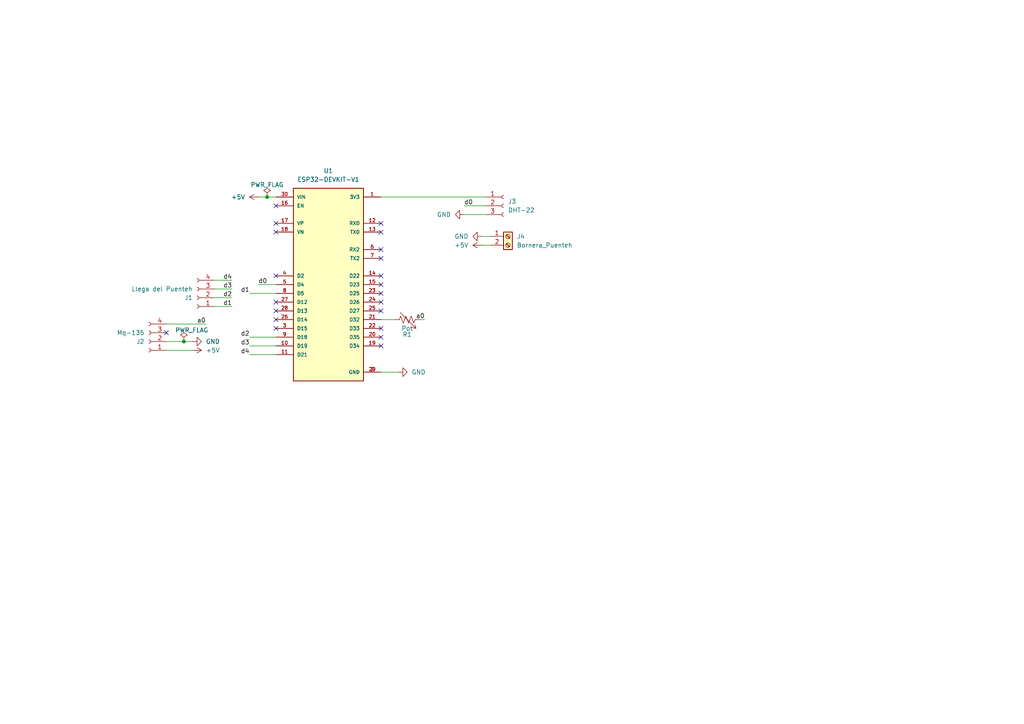
<source format=kicad_sch>
(kicad_sch (version 20250114) (generator "eeschema") (generator_version "9.0")
  (paper "A4")
  (lib_symbols
    (symbol "Connector:Conn_01x03_Socket" (pin_names (offset 1.016) (hide yes))
      (property "Reference" "J" (at 0 5.08 0))
      (property "Value" "Conn_01x03_Socket" (at 0 -5.08 0))
      (symbol "Conn_01x03_Socket_1_1"
        (polyline (pts (xy -1.27 2.54) (xy -0.508 2.54)) (stroke (width 0.1524)))
        (polyline (pts (xy -1.27 0) (xy -0.508 0)) (stroke (width 0.1524)))
        (polyline (pts (xy -1.27 -2.54) (xy -0.508 -2.54)) (stroke (width 0.1524)))
        (arc (start 0 2.032) (mid -0.5058 2.54) (end 0 3.048) (stroke (width 0.1524)))
        (arc (start 0 -0.508) (mid -0.5058 0) (end 0 0.508) (stroke (width 0.1524)))
        (arc (start 0 -3.048) (mid -0.5058 -2.54) (end 0 -2.032) (stroke (width 0.1524)))
        (pin passive line (at -5.08 2.54 0) (length 3.81) (name "Pin_1") (number "1"))
        (pin passive line (at -5.08 0 0) (length 3.81) (name "Pin_2") (number "2"))
        (pin passive line (at -5.08 -2.54 0) (length 3.81) (name "Pin_3") (number "3"))
      )
    )
    (symbol "Connector:Conn_01x04_Socket" (pin_names (offset 1.016) (hide yes))
      (property "Reference" "J" (at 0 5.08 0))
      (property "Value" "Conn_01x04_Socket" (at 0 -7.62 0))
      (symbol "Conn_01x04_Socket_1_1"
        (polyline (pts (xy -1.27 2.54) (xy -0.508 2.54)) (stroke (width 0.1524)))
        (polyline (pts (xy -1.27 0) (xy -0.508 0)) (stroke (width 0.1524)))
        (polyline (pts (xy -1.27 -2.54) (xy -0.508 -2.54)) (stroke (width 0.1524)))
        (polyline (pts (xy -1.27 -5.08) (xy -0.508 -5.08)) (stroke (width 0.1524)))
        (arc (start 0 2.032) (mid -0.5058 2.54) (end 0 3.048) (stroke (width 0.1524)))
        (arc (start 0 -0.508) (mid -0.5058 0) (end 0 0.508) (stroke (width 0.1524)))
        (arc (start 0 -3.048) (mid -0.5058 -2.54) (end 0 -2.032) (stroke (width 0.1524)))
        (arc (start 0 -5.588) (mid -0.5058 -5.08) (end 0 -4.572) (stroke (width 0.1524)))
        (pin passive line (at -5.08 2.54 0) (length 3.81) (name "Pin_1") (number "1"))
        (pin passive line (at -5.08 0 0) (length 3.81) (name "Pin_2") (number "2"))
        (pin passive line (at -5.08 -2.54 0) (length 3.81) (name "Pin_3") (number "3"))
        (pin passive line (at -5.08 -5.08 0) (length 3.81) (name "Pin_4") (number "4"))
      )
    )
    (symbol "Connector:Screw_Terminal_01x02" (pin_names (offset 1.016) (hide yes))
      (property "Reference" "J" (at 0 2.54 0))
      (property "Value" "Screw_Terminal_01x02" (at 0 -5.08 0))
      (symbol "Screw_Terminal_01x02_1_1"
        (rectangle (start -1.27 1.27) (end 1.27 -3.81) (stroke (width 0.254)) (fill (type background)))
        (polyline (pts (xy -0.5334 0.3302) (xy 0.3302 -0.508)) (stroke (width 0.1524)))
        (polyline (pts (xy -0.5334 -2.2098) (xy 0.3302 -3.048)) (stroke (width 0.1524)))
        (polyline (pts (xy -0.3556 0.508) (xy 0.508 -0.3302)) (stroke (width 0.1524)))
        (polyline (pts (xy -0.3556 -2.032) (xy 0.508 -2.8702)) (stroke (width 0.1524)))
        (circle (center 0 0) (radius 0.635) (stroke (width 0.1524)))
        (circle (center 0 -2.54) (radius 0.635) (stroke (width 0.1524)))
        (pin passive line (at -5.08 0 0) (length 3.81) (name "Pin_1") (number "1"))
        (pin passive line (at -5.08 -2.54 0) (length 3.81) (name "Pin_2") (number "2"))
      )
    )
    (symbol "DEVKIRESP32:ESP32-DEVKIT-V1" (pin_names (offset 1.016))
      (property "Reference" "U" (at -10.16 30.48 0))
      (property "Value" "ESP32-DEVKIT-V1" (at -10.16 -30.48 0))
      (symbol "ESP32-DEVKIT-V1_0_0"
        (rectangle (start -10.16 -27.94) (end 10.16 27.94) (stroke (width 0.254)) (fill (type background)))
        (pin input line (at -15.24 25.4 0) (length 5.08) (name "VIN") (number "30"))
        (pin input line (at -15.24 22.86 0) (length 5.08) (name "EN") (number "16"))
        (pin bidirectional line (at -15.24 17.78 0) (length 5.08) (name "VP") (number "17"))
        (pin bidirectional line (at -15.24 15.24 0) (length 5.08) (name "VN") (number "18"))
        (pin bidirectional line (at -15.24 2.54 0) (length 5.08) (name "D2") (number "4"))
        (pin bidirectional line (at -15.24 0 0) (length 5.08) (name "D4") (number "5"))
        (pin bidirectional line (at -15.24 -2.54 0) (length 5.08) (name "D5") (number "8"))
        (pin bidirectional line (at -15.24 -5.08 0) (length 5.08) (name "D12") (number "27"))
        (pin bidirectional line (at -15.24 -7.62 0) (length 5.08) (name "D13") (number "28"))
        (pin bidirectional line (at -15.24 -10.16 0) (length 5.08) (name "D14") (number "26"))
        (pin bidirectional line (at -15.24 -12.7 0) (length 5.08) (name "D15") (number "3"))
        (pin bidirectional line (at -15.24 -15.24 0) (length 5.08) (name "D18") (number "9"))
        (pin bidirectional line (at -15.24 -17.78 0) (length 5.08) (name "D19") (number "10"))
        (pin bidirectional line (at -15.24 -20.32 0) (length 5.08) (name "D21") (number "11"))
        (pin output line (at 15.24 25.4 180) (length 5.08) (name "3V3") (number "1"))
        (pin input line (at 15.24 17.78 180) (length 5.08) (name "RX0") (number "12"))
        (pin output line (at 15.24 15.24 180) (length 5.08) (name "TX0") (number "13"))
        (pin input line (at 15.24 10.16 180) (length 5.08) (name "RX2") (number "6"))
        (pin output line (at 15.24 7.62 180) (length 5.08) (name "TX2") (number "7"))
        (pin bidirectional line (at 15.24 2.54 180) (length 5.08) (name "D22") (number "14"))
        (pin bidirectional line (at 15.24 0 180) (length 5.08) (name "D23") (number "15"))
        (pin bidirectional line (at 15.24 -2.54 180) (length 5.08) (name "D25") (number "23"))
        (pin bidirectional line (at 15.24 -5.08 180) (length 5.08) (name "D26") (number "24"))
        (pin bidirectional line (at 15.24 -7.62 180) (length 5.08) (name "D27") (number "25"))
        (pin bidirectional line (at 15.24 -10.16 180) (length 5.08) (name "D32") (number "21"))
        (pin bidirectional line (at 15.24 -12.7 180) (length 5.08) (name "D33") (number "22"))
        (pin bidirectional line (at 15.24 -15.24 180) (length 5.08) (name "D35") (number "20"))
        (pin bidirectional line (at 15.24 -17.78 180) (length 5.08) (name "D34") (number "19"))
        (pin power_in line (at 15.24 -25.4 180) (length 5.08) (name "GND") (number "2"))
        (pin power_in line (at 15.24 -25.4 180) (length 5.08) (name "GND") (number "29"))
      )
    )
    (symbol "Device:R_Variable_US" (pin_numbers (hide yes)) (pin_names (offset 0))
      (property "Reference" "R" (at 2.54 -2.54 90))
      (property "Value" "R_Variable_US" (at -2.54 -1.27 90))
      (symbol "R_Variable_US_0_1"
        (polyline (pts (xy 0 2.286) (xy 0 2.54)))
        (polyline (pts (xy 0 2.286) (xy 1.016 1.905) (xy 0 1.524) (xy -1.016 1.143) (xy 0 0.762)) (stroke (width 0.1524)))
        (polyline (pts (xy 0 0.762) (xy 1.016 0.381) (xy 0 0) (xy -1.016 -0.381) (xy 0 -0.762)))
        (polyline (pts (xy 0 -0.762) (xy 1.016 -1.143) (xy 0 -1.524) (xy -1.016 -1.905) (xy 0 -2.286)))
        (polyline (pts (xy 0 -2.286) (xy 0 -2.54)))
        (polyline (pts (xy 2.286 1.524) (xy 2.54 2.54) (xy 1.524 2.286) (xy 2.54 2.54) (xy -2.032 -2.032)) (stroke (width 0.1524)))
      )
      (symbol "R_Variable_US_1_1"
        (pin passive line (at 0 3.81 270) (length 1.27) (name "~") (number "1"))
        (pin passive line (at 0 -3.81 90) (length 1.27) (name "~") (number "2"))
      )
    )
    (symbol "power:+5V" (power) (pin_numbers (hide yes)) (pin_names (offset 0) (hide yes))
      (property "Value" "+5V" (at 0 3.556 0))
      (symbol "+5V_0_1"
        (polyline (pts (xy -0.762 1.27) (xy 0 2.54)))
        (polyline (pts (xy 0 2.54) (xy 0.762 1.27)))
        (polyline (pts (xy 0 0) (xy 0 2.54)))
      )
      (symbol "+5V_1_1"
        (pin power_in line (at 0 0 90) (length 0) (name "~") (number "1"))
      )
    )
    (symbol "power:GND" (power) (pin_numbers (hide yes)) (pin_names (offset 0) (hide yes))
      (property "Value" "GND" (at 0 -3.81 0))
      (symbol "GND_0_1"
        (polyline (pts (xy 0 0) (xy 0 -1.27) (xy 1.27 -1.27) (xy 0 -2.54) (xy -1.27 -1.27) (xy 0 -1.27)))
      )
      (symbol "GND_1_1"
        (pin power_in line (at 0 0 270) (length 0) (name "~") (number "1"))
      )
    )
    (symbol "power:PWR_FLAG" (power) (pin_numbers (hide yes)) (pin_names (offset 0) (hide yes))
      (property "Value" "PWR_FLAG" (at 0 3.81 0))
      (symbol "PWR_FLAG_0_0"
        (pin power_out line (at 0 0 90) (length 0) (name "~") (number "1"))
      )
      (symbol "PWR_FLAG_0_1"
        (polyline (pts (xy 0 0) (xy 0 1.27) (xy -1.016 1.905) (xy 0 2.54) (xy 1.016 1.905) (xy 0 1.27)))
      )
    )
  )
  (junction (at 53.34 99.06))
  (junction (at 77.47 57.15))
  (no_connect (at 80.01 59.69))
  (no_connect (at 80.01 92.71))
  (no_connect (at 110.49 72.39))
  (no_connect (at 110.49 80.01))
  (no_connect (at 110.49 87.63))
  (no_connect (at 110.49 74.93))
  (no_connect (at 48.26 96.52))
  (no_connect (at 80.01 95.25))
  (no_connect (at 80.01 80.01))
  (no_connect (at 80.01 90.17))
  (no_connect (at 110.49 64.77))
  (no_connect (at 110.49 82.55))
  (no_connect (at 110.49 95.25))
  (no_connect (at 110.49 67.31))
  (no_connect (at 80.01 67.31))
  (no_connect (at 80.01 87.63))
  (no_connect (at 110.49 85.09))
  (no_connect (at 80.01 64.77))
  (no_connect (at 110.49 100.33))
  (no_connect (at 110.49 90.17))
  (no_connect (at 110.49 97.79))
  (wire (pts (xy 110.49 57.15) (xy 140.97 57.15)))
  (wire (pts (xy 139.7 71.12) (xy 142.24 71.12)))
  (wire (pts (xy 115.57 107.95) (xy 110.49 107.95)))
  (wire (pts (xy 48.26 99.06) (xy 53.34 99.06)))
  (wire (pts (xy 74.93 57.15) (xy 77.47 57.15)))
  (wire (pts (xy 110.49 92.71) (xy 114.3 92.71)))
  (wire (pts (xy 134.62 62.23) (xy 140.97 62.23)))
  (wire (pts (xy 80.01 102.87) (xy 72.39 102.87)))
  (wire (pts (xy 77.47 57.15) (xy 80.01 57.15)))
  (wire (pts (xy 139.7 68.58) (xy 142.24 68.58)))
  (wire (pts (xy 67.31 81.28) (xy 62.23 81.28)))
  (wire (pts (xy 67.31 88.9) (xy 62.23 88.9)))
  (wire (pts (xy 67.31 86.36) (xy 62.23 86.36)))
  (wire (pts (xy 80.01 85.09) (xy 72.39 85.09)))
  (wire (pts (xy 55.88 101.6) (xy 48.26 101.6)))
  (wire (pts (xy 123.19 92.71) (xy 121.92 92.71)))
  (wire (pts (xy 80.01 100.33) (xy 72.39 100.33)))
  (wire (pts (xy 80.01 97.79) (xy 72.39 97.79)))
  (wire (pts (xy 59.69 93.98) (xy 48.26 93.98)))
  (wire (pts (xy 74.93 82.55) (xy 80.01 82.55)))
  (wire (pts (xy 53.34 99.06) (xy 55.88 99.06)))
  (wire (pts (xy 134.62 59.69) (xy 140.97 59.69)))
  (wire (pts (xy 67.31 83.82) (xy 62.23 83.82)))
  (label "d3" (at 72.39 100.33 180))
  (label "d1" (at 72.39 85.09 180))
  (label "d4" (at 67.31 81.28 180))
  (label "d0" (at 74.93 82.55 0))
  (label "d0" (at 134.62 59.69 0))
  (label "d2" (at 67.31 86.36 180))
  (label "a0" (at 123.19 92.71 180))
  (label "d3" (at 67.31 83.82 180))
  (label "a0" (at 59.69 93.98 180))
  (label "d4" (at 72.39 102.87 180))
  (label "d1" (at 67.31 88.9 180))
  (label "d2" (at 72.39 97.79 180))
  (symbol (lib_id "power:GND") (at 139.7 68.58 270) (unit 1)
    (property "Reference" "#PWR06" (effects (hide yes)))
    (property "Value" "GND" (at 135.89 68.5799 90) (effects (justify right)))
    (property "Description" "Power symbol creates a global label with name \"GND\" , ground" (effects (hide yes)))
  )
  (symbol (lib_id "power:GND") (at 134.62 62.23 270) (unit 1)
    (property "Reference" "#PWR05" (effects (hide yes)))
    (property "Value" "GND" (at 130.81 62.2299 90) (effects (justify right)))
    (property "Description" "Power symbol creates a global label with name \"GND\" , ground" (effects (hide yes)))
  )
  (symbol (lib_id "power:GND") (at 55.88 99.06 90) (unit 1)
    (property "Reference" "#PWR02" (effects (hide yes)))
    (property "Value" "GND" (at 59.69 99.0601 90) (effects (justify right)))
    (property "Description" "Power symbol creates a global label with name \"GND\" , ground" (effects (hide yes)))
  )
  (symbol (lib_id "Device:R_Variable_US") (at 118.11 92.71 270) (unit 1)
    (property "Reference" "R1" (at 118.11 97.028 90))
    (property "Value" "Pot" (at 118.11 95.25 90))
    (property "Footprint" "Potentiometer_THT:Potentiometer_Bourns_3296W_Vertical" (effects (hide yes)))
    (property "Description" "Variable resistor, US symbol" (effects (hide yes)))
  )
  (symbol (lib_id "power:+5V") (at 55.88 101.6 270) (unit 1)
    (property "Reference" "#PWR03" (effects (hide yes)))
    (property "Value" "+5V" (at 59.69 101.6001 90) (effects (justify left)))
    (property "Description" "Power symbol creates a global label with name \"+5V\"" (effects (hide yes)))
  )
  (symbol (lib_id "Connector:Conn_01x03_Socket") (at 146.05 59.69 0) (unit 1)
    (property "Reference" "J3" (at 147.32 58.4199 0) (effects (justify left)))
    (property "Value" "DHT-22" (at 147.32 60.9599 0) (effects (justify left)))
    (property "Footprint" "Connector_PinSocket_2.54mm:PinSocket_1x03_P2.54mm_Vertical" (effects (hide yes)))
    (property "Description" "Generic connector, single row, 01x03, script generated" (effects (hide yes)))
  )
  (symbol (lib_id "Connector:Conn_01x04_Socket") (at 57.15 86.36 180) (unit 1)
    (property "Reference" "J1" (at 55.88 86.3601 0) (effects (justify left)))
    (property "Value" "Llega del Puenteh" (at 55.88 83.8201 0) (effects (justify left)))
    (property "Footprint" "Connector_PinSocket_2.54mm:PinSocket_1x04_P2.54mm_Vertical" (effects (hide yes)))
    (property "Description" "Generic connector, single row, 01x04, script generated" (effects (hide yes)))
  )
  (symbol (lib_id "Connector:Screw_Terminal_01x02") (at 147.32 68.58 0) (unit 1)
    (property "Reference" "J4" (at 149.86 68.5799 0) (effects (justify left)))
    (property "Value" "Bornera_Puenteh" (at 149.86 71.1199 0) (effects (justify left)))
    (property "Footprint" "TerminalBlock:TerminalBlock_bornier-2_P5.08mm" (effects (hide yes)))
    (property "Description" "Generic screw terminal, single row, 01x02, script generated (kicad-library-utils/schlib/autogen/connector/)" (effects (hide yes)))
  )
  (symbol (lib_id "Connector:Conn_01x04_Socket") (at 43.18 99.06 180) (unit 1)
    (property "Reference" "J2" (at 41.91 99.0601 0) (effects (justify left)))
    (property "Value" "Mq-135" (at 41.91 96.5201 0) (effects (justify left)))
    (property "Footprint" "Connector_PinSocket_2.54mm:PinSocket_1x04_P2.54mm_Vertical" (effects (hide yes)))
    (property "Description" "Generic connector, single row, 01x04, script generated" (effects (hide yes)))
  )
  (symbol (lib_id "power:PWR_FLAG") (at 53.34 99.06 0) (unit 1)
    (property "Reference" "#FLG01" (effects (hide yes)))
    (property "Value" "PWR_FLAG" (at 55.626 95.758 0))
    (property "Description" "Special symbol for telling ERC where power comes from" (effects (hide yes)))
  )
  (symbol (lib_id "DEVKIRESP32:ESP32-DEVKIT-V1") (at 95.25 82.55 0) (unit 1)
    (property "Reference" "U1" (at 95.25 49.53 0))
    (property "Value" "ESP32-DEVKIT-V1" (at 95.25 52.07 0))
    (property "Footprint" "DEVKITESP32:MODULE_ESP32_DEVKIT_V1" (effects (hide yes)))
    (property "MF" "Do it" (effects (hide yes)))
    (property "MAXIMUM_PACKAGE_HEIGHT" "6.8 mm" (effects (hide yes)))
    (property "Package" "None" (effects (hide yes)))
    (property "Price" "None" (effects (hide yes)))
    (property "Check_prices" "https://www.snapeda.com/parts/ESP32-DEVKIT-V1/Do+it/view-part/?ref=eda" (effects (hide yes)))
    (property "STANDARD" "Manufacturer Recommendations" (effects (hide yes)))
    (property "PARTREV" "N/A" (effects (hide yes)))
    (property "SnapEDA_Link" "https://www.snapeda.com/parts/ESP32-DEVKIT-V1/Do+it/view-part/?ref=snap" (effects (hide yes)))
    (property "MP" "ESP32-DEVKIT-V1" (effects (hide yes)))
    (property "Description_1" "Dual core, Wi-Fi: 2.4 GHz up to 150 Mbits/s,BLE (Bluetooth Low Energy) and legacy Bluetooth, 32 bits, Up to 240 MHz" (effects (hide yes)))
    (property "Availability" "Not in stock" (effects (hide yes)))
    (property "MANUFACTURER" "DOIT" (effects (hide yes)))
  )
  (symbol (lib_id "power:PWR_FLAG") (at 77.47 57.15 0) (unit 1)
    (property "Reference" "#FLG05" (effects (hide yes)))
    (property "Value" "PWR_FLAG" (at 77.47 53.594 0))
    (property "Description" "Special symbol for telling ERC where power comes from" (effects (hide yes)))
  )
  (symbol (lib_id "power:GND") (at 115.57 107.95 90) (unit 1)
    (property "Reference" "#PWR08" (effects (hide yes)))
    (property "Value" "GND" (at 119.38 107.9501 90) (effects (justify right)))
    (property "Description" "Power symbol creates a global label with name \"GND\" , ground" (effects (hide yes)))
  )
  (symbol (lib_id "power:+5V") (at 74.93 57.15 90) (unit 1)
    (property "Reference" "#PWR012" (effects (hide yes)))
    (property "Value" "+5V" (at 71.12 57.1499 90) (effects (justify left)))
    (property "Description" "Power symbol creates a global label with name \"+5V\"" (effects (hide yes)))
  )
  (symbol (lib_id "power:+5V") (at 139.7 71.12 90) (unit 1)
    (property "Reference" "#PWR01" (effects (hide yes)))
    (property "Value" "+5V" (at 135.89 71.1199 90) (effects (justify left)))
    (property "Description" "Power symbol creates a global label with name \"+5V\"" (effects (hide yes)))
  )
)
</source>
